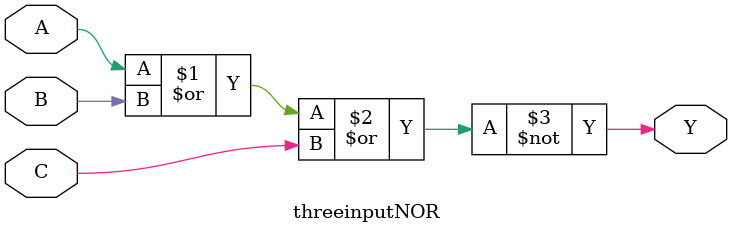
<source format=v>
`timescale 1ns/1ns
module NOT(A, Y);
input A;
output Y;
assign #(5,7) Y = ~A;
endmodule


module twoinputNOR(A, B, Y);
input A, B;
output Y;
assign #(10,14) Y = ~(A | B);
endmodule


module threeinputNOR(A, B, C,Y);
input A, B,C;
output Y;
assign #(15,21) Y = ~(A | B | C);
endmodule






</source>
